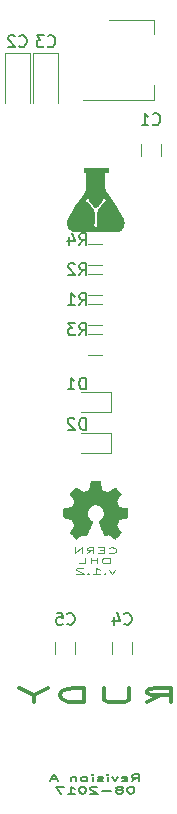
<source format=gbo>
G04 #@! TF.FileFunction,Legend,Bot*
%FSLAX46Y46*%
G04 Gerber Fmt 4.6, Leading zero omitted, Abs format (unit mm)*
G04 Created by KiCad (PCBNEW 4.0.7-e1-6374~58~ubuntu16.04.1) date Tue Aug 22 02:53:50 2017*
%MOMM*%
%LPD*%
G01*
G04 APERTURE LIST*
%ADD10C,0.100000*%
%ADD11C,0.125000*%
%ADD12C,0.300000*%
%ADD13C,0.150000*%
%ADD14C,0.120000*%
%ADD15C,0.010000*%
G04 APERTURE END LIST*
D10*
D11*
X77366666Y-101411571D02*
X77414285Y-101435381D01*
X77557142Y-101459190D01*
X77652380Y-101459190D01*
X77795238Y-101435381D01*
X77890476Y-101387762D01*
X77938095Y-101340143D01*
X77985714Y-101244905D01*
X77985714Y-101173476D01*
X77938095Y-101078238D01*
X77890476Y-101030619D01*
X77795238Y-100983000D01*
X77652380Y-100959190D01*
X77557142Y-100959190D01*
X77414285Y-100983000D01*
X77366666Y-101006810D01*
X76938095Y-101197286D02*
X76604761Y-101197286D01*
X76461904Y-101459190D02*
X76938095Y-101459190D01*
X76938095Y-100959190D01*
X76461904Y-100959190D01*
X75461904Y-101459190D02*
X75795238Y-101221095D01*
X76033333Y-101459190D02*
X76033333Y-100959190D01*
X75652380Y-100959190D01*
X75557142Y-100983000D01*
X75509523Y-101006810D01*
X75461904Y-101054429D01*
X75461904Y-101125857D01*
X75509523Y-101173476D01*
X75557142Y-101197286D01*
X75652380Y-101221095D01*
X76033333Y-101221095D01*
X75033333Y-101459190D02*
X75033333Y-100959190D01*
X74461904Y-101459190D01*
X74461904Y-100959190D01*
X77223810Y-101834190D02*
X77033333Y-101834190D01*
X76938095Y-101858000D01*
X76842857Y-101905619D01*
X76795238Y-102000857D01*
X76795238Y-102167524D01*
X76842857Y-102262762D01*
X76938095Y-102310381D01*
X77033333Y-102334190D01*
X77223810Y-102334190D01*
X77319048Y-102310381D01*
X77414286Y-102262762D01*
X77461905Y-102167524D01*
X77461905Y-102000857D01*
X77414286Y-101905619D01*
X77319048Y-101858000D01*
X77223810Y-101834190D01*
X76366667Y-102334190D02*
X76366667Y-101834190D01*
X76366667Y-102072286D02*
X75795238Y-102072286D01*
X75795238Y-102334190D02*
X75795238Y-101834190D01*
X74842857Y-102334190D02*
X75319048Y-102334190D01*
X75319048Y-101834190D01*
X77866666Y-102875857D02*
X77628571Y-103209190D01*
X77390475Y-102875857D01*
X77009523Y-103161571D02*
X76961904Y-103185381D01*
X77009523Y-103209190D01*
X77057142Y-103185381D01*
X77009523Y-103161571D01*
X77009523Y-103209190D01*
X76009523Y-103209190D02*
X76580952Y-103209190D01*
X76295238Y-103209190D02*
X76295238Y-102709190D01*
X76390476Y-102780619D01*
X76485714Y-102828238D01*
X76580952Y-102852048D01*
X75580952Y-103161571D02*
X75533333Y-103185381D01*
X75580952Y-103209190D01*
X75628571Y-103185381D01*
X75580952Y-103161571D01*
X75580952Y-103209190D01*
X75152381Y-102756810D02*
X75104762Y-102733000D01*
X75009524Y-102709190D01*
X74771428Y-102709190D01*
X74676190Y-102733000D01*
X74628571Y-102756810D01*
X74580952Y-102804429D01*
X74580952Y-102852048D01*
X74628571Y-102923476D01*
X75200000Y-103209190D01*
X74580952Y-103209190D01*
D12*
X80568285Y-114080857D02*
X81768285Y-113509429D01*
X82625428Y-114080857D02*
X82625428Y-112880857D01*
X81254000Y-112880857D01*
X80911142Y-112938000D01*
X80739714Y-112995143D01*
X80568285Y-113109429D01*
X80568285Y-113280857D01*
X80739714Y-113395143D01*
X80911142Y-113452286D01*
X81254000Y-113509429D01*
X82625428Y-113509429D01*
X79025428Y-112880857D02*
X79025428Y-113852286D01*
X78854000Y-113966571D01*
X78682571Y-114023714D01*
X78339714Y-114080857D01*
X77654000Y-114080857D01*
X77311142Y-114023714D01*
X77139714Y-113966571D01*
X76968285Y-113852286D01*
X76968285Y-112880857D01*
X75253999Y-114080857D02*
X75253999Y-112880857D01*
X74396856Y-112880857D01*
X73882571Y-112938000D01*
X73539713Y-113052286D01*
X73368285Y-113166571D01*
X73196856Y-113395143D01*
X73196856Y-113566571D01*
X73368285Y-113795143D01*
X73539713Y-113909429D01*
X73882571Y-114023714D01*
X74396856Y-114080857D01*
X75253999Y-114080857D01*
X70968285Y-113509429D02*
X70968285Y-114080857D01*
X72168285Y-112880857D02*
X70968285Y-113509429D01*
X69768285Y-112880857D01*
D13*
X79295238Y-120777429D02*
X79628572Y-120491714D01*
X79866667Y-120777429D02*
X79866667Y-120177429D01*
X79485714Y-120177429D01*
X79390476Y-120206000D01*
X79342857Y-120234571D01*
X79295238Y-120291714D01*
X79295238Y-120377429D01*
X79342857Y-120434571D01*
X79390476Y-120463143D01*
X79485714Y-120491714D01*
X79866667Y-120491714D01*
X78485714Y-120748857D02*
X78580952Y-120777429D01*
X78771429Y-120777429D01*
X78866667Y-120748857D01*
X78914286Y-120691714D01*
X78914286Y-120463143D01*
X78866667Y-120406000D01*
X78771429Y-120377429D01*
X78580952Y-120377429D01*
X78485714Y-120406000D01*
X78438095Y-120463143D01*
X78438095Y-120520286D01*
X78914286Y-120577429D01*
X78104762Y-120377429D02*
X77866667Y-120777429D01*
X77628571Y-120377429D01*
X77247619Y-120777429D02*
X77247619Y-120377429D01*
X77247619Y-120177429D02*
X77295238Y-120206000D01*
X77247619Y-120234571D01*
X77200000Y-120206000D01*
X77247619Y-120177429D01*
X77247619Y-120234571D01*
X76819048Y-120748857D02*
X76723810Y-120777429D01*
X76533334Y-120777429D01*
X76438095Y-120748857D01*
X76390476Y-120691714D01*
X76390476Y-120663143D01*
X76438095Y-120606000D01*
X76533334Y-120577429D01*
X76676191Y-120577429D01*
X76771429Y-120548857D01*
X76819048Y-120491714D01*
X76819048Y-120463143D01*
X76771429Y-120406000D01*
X76676191Y-120377429D01*
X76533334Y-120377429D01*
X76438095Y-120406000D01*
X75961905Y-120777429D02*
X75961905Y-120377429D01*
X75961905Y-120177429D02*
X76009524Y-120206000D01*
X75961905Y-120234571D01*
X75914286Y-120206000D01*
X75961905Y-120177429D01*
X75961905Y-120234571D01*
X75342858Y-120777429D02*
X75438096Y-120748857D01*
X75485715Y-120720286D01*
X75533334Y-120663143D01*
X75533334Y-120491714D01*
X75485715Y-120434571D01*
X75438096Y-120406000D01*
X75342858Y-120377429D01*
X75200000Y-120377429D01*
X75104762Y-120406000D01*
X75057143Y-120434571D01*
X75009524Y-120491714D01*
X75009524Y-120663143D01*
X75057143Y-120720286D01*
X75104762Y-120748857D01*
X75200000Y-120777429D01*
X75342858Y-120777429D01*
X74580953Y-120377429D02*
X74580953Y-120777429D01*
X74580953Y-120434571D02*
X74533334Y-120406000D01*
X74438096Y-120377429D01*
X74295238Y-120377429D01*
X74200000Y-120406000D01*
X74152381Y-120463143D01*
X74152381Y-120777429D01*
X72961905Y-120606000D02*
X72485714Y-120606000D01*
X73057143Y-120777429D02*
X72723810Y-120177429D01*
X72390476Y-120777429D01*
X79247619Y-121227429D02*
X79152380Y-121227429D01*
X79057142Y-121256000D01*
X79009523Y-121284571D01*
X78961904Y-121341714D01*
X78914285Y-121456000D01*
X78914285Y-121598857D01*
X78961904Y-121713143D01*
X79009523Y-121770286D01*
X79057142Y-121798857D01*
X79152380Y-121827429D01*
X79247619Y-121827429D01*
X79342857Y-121798857D01*
X79390476Y-121770286D01*
X79438095Y-121713143D01*
X79485714Y-121598857D01*
X79485714Y-121456000D01*
X79438095Y-121341714D01*
X79390476Y-121284571D01*
X79342857Y-121256000D01*
X79247619Y-121227429D01*
X78342857Y-121484571D02*
X78438095Y-121456000D01*
X78485714Y-121427429D01*
X78533333Y-121370286D01*
X78533333Y-121341714D01*
X78485714Y-121284571D01*
X78438095Y-121256000D01*
X78342857Y-121227429D01*
X78152380Y-121227429D01*
X78057142Y-121256000D01*
X78009523Y-121284571D01*
X77961904Y-121341714D01*
X77961904Y-121370286D01*
X78009523Y-121427429D01*
X78057142Y-121456000D01*
X78152380Y-121484571D01*
X78342857Y-121484571D01*
X78438095Y-121513143D01*
X78485714Y-121541714D01*
X78533333Y-121598857D01*
X78533333Y-121713143D01*
X78485714Y-121770286D01*
X78438095Y-121798857D01*
X78342857Y-121827429D01*
X78152380Y-121827429D01*
X78057142Y-121798857D01*
X78009523Y-121770286D01*
X77961904Y-121713143D01*
X77961904Y-121598857D01*
X78009523Y-121541714D01*
X78057142Y-121513143D01*
X78152380Y-121484571D01*
X77533333Y-121598857D02*
X76771428Y-121598857D01*
X76342857Y-121284571D02*
X76295238Y-121256000D01*
X76200000Y-121227429D01*
X75961904Y-121227429D01*
X75866666Y-121256000D01*
X75819047Y-121284571D01*
X75771428Y-121341714D01*
X75771428Y-121398857D01*
X75819047Y-121484571D01*
X76390476Y-121827429D01*
X75771428Y-121827429D01*
X75152381Y-121227429D02*
X75057142Y-121227429D01*
X74961904Y-121256000D01*
X74914285Y-121284571D01*
X74866666Y-121341714D01*
X74819047Y-121456000D01*
X74819047Y-121598857D01*
X74866666Y-121713143D01*
X74914285Y-121770286D01*
X74961904Y-121798857D01*
X75057142Y-121827429D01*
X75152381Y-121827429D01*
X75247619Y-121798857D01*
X75295238Y-121770286D01*
X75342857Y-121713143D01*
X75390476Y-121598857D01*
X75390476Y-121456000D01*
X75342857Y-121341714D01*
X75295238Y-121284571D01*
X75247619Y-121256000D01*
X75152381Y-121227429D01*
X73866666Y-121827429D02*
X74438095Y-121827429D01*
X74152381Y-121827429D02*
X74152381Y-121227429D01*
X74247619Y-121313143D01*
X74342857Y-121370286D01*
X74438095Y-121398857D01*
X73533333Y-121227429D02*
X72866666Y-121227429D01*
X73295238Y-121827429D01*
D14*
X81158000Y-56280000D02*
X81158000Y-57540000D01*
X81158000Y-63100000D02*
X81158000Y-61840000D01*
X77398000Y-56280000D02*
X81158000Y-56280000D01*
X75148000Y-63100000D02*
X81158000Y-63100000D01*
D15*
G36*
X75744809Y-95736268D02*
X75723751Y-95845093D01*
X75703740Y-95941889D01*
X75686070Y-96020902D01*
X75672034Y-96076376D01*
X75662927Y-96102558D01*
X75662243Y-96103442D01*
X75639599Y-96116347D01*
X75590846Y-96138961D01*
X75523793Y-96168091D01*
X75446248Y-96200548D01*
X75366017Y-96233141D01*
X75290908Y-96262679D01*
X75228729Y-96285972D01*
X75187288Y-96299828D01*
X75175678Y-96302285D01*
X75155093Y-96292444D01*
X75109774Y-96265070D01*
X75044752Y-96223389D01*
X74965056Y-96170623D01*
X74875716Y-96109999D01*
X74875091Y-96109570D01*
X74785212Y-96048245D01*
X74704603Y-95993950D01*
X74638416Y-95950099D01*
X74591801Y-95920104D01*
X74569976Y-95907404D01*
X74550031Y-95916654D01*
X74510154Y-95947759D01*
X74455123Y-95996001D01*
X74389713Y-96056661D01*
X74318699Y-96125019D01*
X74246859Y-96196356D01*
X74178968Y-96265953D01*
X74119802Y-96329091D01*
X74074136Y-96381051D01*
X74046748Y-96417113D01*
X74041000Y-96430094D01*
X74050846Y-96453548D01*
X74078222Y-96501508D01*
X74119877Y-96568728D01*
X74172566Y-96649963D01*
X74231500Y-96737714D01*
X74291732Y-96827130D01*
X74344130Y-96907146D01*
X74385461Y-96972642D01*
X74412494Y-97018499D01*
X74422000Y-97039477D01*
X74415017Y-97064060D01*
X74396231Y-97114087D01*
X74368884Y-97181984D01*
X74336220Y-97260175D01*
X74301483Y-97341086D01*
X74267914Y-97417143D01*
X74238757Y-97480769D01*
X74217255Y-97524391D01*
X74207824Y-97539718D01*
X74188028Y-97545918D01*
X74139268Y-97557458D01*
X74068243Y-97572993D01*
X73981656Y-97591179D01*
X73886204Y-97610671D01*
X73788589Y-97630122D01*
X73695511Y-97648188D01*
X73613670Y-97663524D01*
X73549767Y-97674785D01*
X73510501Y-97680624D01*
X73503412Y-97681142D01*
X73499612Y-97698190D01*
X73497066Y-97745001D01*
X73495676Y-97815078D01*
X73495344Y-97901925D01*
X73495972Y-97999045D01*
X73497462Y-98099941D01*
X73499715Y-98198115D01*
X73502634Y-98287071D01*
X73506120Y-98360312D01*
X73510075Y-98411341D01*
X73514402Y-98433660D01*
X73514783Y-98434026D01*
X73537726Y-98440843D01*
X73590277Y-98452889D01*
X73666350Y-98468879D01*
X73759855Y-98487528D01*
X73851774Y-98505128D01*
X73957703Y-98526164D01*
X74051016Y-98546844D01*
X74125664Y-98565662D01*
X74175599Y-98581112D01*
X74193928Y-98590281D01*
X74208774Y-98615836D01*
X74232977Y-98667538D01*
X74263428Y-98737671D01*
X74297019Y-98818523D01*
X74330639Y-98902379D01*
X74361180Y-98981524D01*
X74385531Y-99048244D01*
X74400584Y-99094825D01*
X74403924Y-99111280D01*
X74394015Y-99133430D01*
X74366571Y-99179938D01*
X74324949Y-99245495D01*
X74272508Y-99324789D01*
X74222428Y-99398309D01*
X74163378Y-99485576D01*
X74112364Y-99564174D01*
X74072762Y-99628640D01*
X74047948Y-99673510D01*
X74041000Y-99691985D01*
X74053230Y-99712351D01*
X74086736Y-99752965D01*
X74136735Y-99808912D01*
X74198448Y-99875276D01*
X74267095Y-99947141D01*
X74337895Y-100019592D01*
X74406067Y-100087714D01*
X74466832Y-100146591D01*
X74515409Y-100191307D01*
X74547017Y-100216947D01*
X74555606Y-100221142D01*
X74574914Y-100211351D01*
X74618768Y-100184239D01*
X74681920Y-100143201D01*
X74759125Y-100091631D01*
X74822804Y-100048283D01*
X74908412Y-99990064D01*
X74985134Y-99938835D01*
X75047337Y-99898283D01*
X75089391Y-99872096D01*
X75103985Y-99864221D01*
X75133877Y-99866289D01*
X75185586Y-99882317D01*
X75248972Y-99909083D01*
X75256571Y-99912714D01*
X75319308Y-99940329D01*
X75371419Y-99958316D01*
X75402888Y-99963303D01*
X75405160Y-99962740D01*
X75416045Y-99945102D01*
X75438785Y-99898592D01*
X75471384Y-99827873D01*
X75511846Y-99737611D01*
X75558171Y-99632469D01*
X75608365Y-99517113D01*
X75660429Y-99396206D01*
X75712366Y-99274414D01*
X75762179Y-99156401D01*
X75807872Y-99046830D01*
X75847446Y-98950368D01*
X75878906Y-98871677D01*
X75900253Y-98815424D01*
X75909491Y-98786271D01*
X75909714Y-98784293D01*
X75896123Y-98769203D01*
X75859831Y-98738455D01*
X75807560Y-98697624D01*
X75783416Y-98679520D01*
X75656974Y-98565957D01*
X75560724Y-98437705D01*
X75494961Y-98298855D01*
X75459980Y-98153502D01*
X75456076Y-98005738D01*
X75483544Y-97859657D01*
X75542679Y-97719351D01*
X75633776Y-97588914D01*
X75699880Y-97520767D01*
X75825002Y-97427706D01*
X75959407Y-97366607D01*
X76099049Y-97335683D01*
X76239879Y-97333147D01*
X76377849Y-97357214D01*
X76508911Y-97406097D01*
X76629017Y-97478010D01*
X76734119Y-97571166D01*
X76820168Y-97683780D01*
X76883117Y-97814065D01*
X76918918Y-97960234D01*
X76925714Y-98061690D01*
X76908563Y-98224205D01*
X76857460Y-98374416D01*
X76772931Y-98511330D01*
X76655503Y-98633954D01*
X76598441Y-98679520D01*
X76541617Y-98722844D01*
X76498054Y-98758341D01*
X76474474Y-98780434D01*
X76472142Y-98784293D01*
X76479045Y-98808308D01*
X76498421Y-98860231D01*
X76528270Y-98935397D01*
X76566595Y-99029140D01*
X76611396Y-99136797D01*
X76660675Y-99253702D01*
X76712432Y-99375192D01*
X76764670Y-99496601D01*
X76815389Y-99613265D01*
X76862590Y-99720520D01*
X76904274Y-99813700D01*
X76938444Y-99888142D01*
X76963099Y-99939180D01*
X76976241Y-99962150D01*
X76977197Y-99962932D01*
X77004709Y-99959966D01*
X77054543Y-99943240D01*
X77117037Y-99916132D01*
X77132124Y-99908813D01*
X77261357Y-99844833D01*
X77536376Y-100032988D01*
X77624558Y-100092766D01*
X77702727Y-100144710D01*
X77765876Y-100185579D01*
X77809000Y-100212131D01*
X77826904Y-100221142D01*
X77843947Y-100208869D01*
X77882268Y-100174674D01*
X77937689Y-100122498D01*
X78006035Y-100056279D01*
X78083129Y-99979957D01*
X78091636Y-99971443D01*
X78168889Y-99892546D01*
X78236399Y-99820740D01*
X78290193Y-99760488D01*
X78326302Y-99716248D01*
X78340754Y-99692481D01*
X78340857Y-99691507D01*
X78330935Y-99667287D01*
X78303420Y-99618905D01*
X78261685Y-99551814D01*
X78209104Y-99471467D01*
X78159428Y-99398309D01*
X78100480Y-99311564D01*
X78049525Y-99234086D01*
X78009920Y-99171187D01*
X77985023Y-99128174D01*
X77977932Y-99111280D01*
X77984666Y-99083298D01*
X78002865Y-99029799D01*
X78029420Y-98958499D01*
X78061222Y-98877112D01*
X78095162Y-98793352D01*
X78128130Y-98714933D01*
X78157016Y-98649570D01*
X78178712Y-98604977D01*
X78187928Y-98590281D01*
X78212833Y-98578757D01*
X78267456Y-98562619D01*
X78345750Y-98543373D01*
X78441667Y-98522525D01*
X78530083Y-98505128D01*
X78633897Y-98485201D01*
X78725639Y-98466802D01*
X78799219Y-98451216D01*
X78848551Y-98439728D01*
X78867073Y-98434026D01*
X78871426Y-98414447D01*
X78875417Y-98365606D01*
X78878947Y-98294002D01*
X78881918Y-98206129D01*
X78884231Y-98108486D01*
X78885789Y-98007569D01*
X78886494Y-97909875D01*
X78886247Y-97821902D01*
X78884952Y-97750146D01*
X78882509Y-97701104D01*
X78878819Y-97681273D01*
X78878445Y-97681142D01*
X78850351Y-97677727D01*
X78795062Y-97668377D01*
X78719278Y-97654438D01*
X78629699Y-97637256D01*
X78533025Y-97618174D01*
X78435957Y-97598539D01*
X78345195Y-97579696D01*
X78267439Y-97562990D01*
X78209389Y-97549766D01*
X78177745Y-97541369D01*
X78174033Y-97539718D01*
X78160856Y-97517215D01*
X78137466Y-97468733D01*
X78107106Y-97401847D01*
X78073020Y-97324134D01*
X78038450Y-97243166D01*
X78006640Y-97166519D01*
X77980832Y-97101769D01*
X77964271Y-97056488D01*
X77959857Y-97039477D01*
X77969673Y-97017933D01*
X77996967Y-96971713D01*
X78038506Y-96905937D01*
X78091058Y-96825726D01*
X78150357Y-96737714D01*
X78210680Y-96647858D01*
X78263139Y-96566901D01*
X78304485Y-96500089D01*
X78331472Y-96452664D01*
X78340857Y-96430094D01*
X78328514Y-96407438D01*
X78294668Y-96365698D01*
X78244096Y-96309592D01*
X78181574Y-96243840D01*
X78111878Y-96173160D01*
X78039782Y-96102273D01*
X77970065Y-96035897D01*
X77907500Y-95978751D01*
X77856865Y-95935555D01*
X77822935Y-95911027D01*
X77811880Y-95907404D01*
X77789763Y-95920287D01*
X77742964Y-95950411D01*
X77676636Y-95994363D01*
X77595928Y-96048730D01*
X77506765Y-96109570D01*
X77417377Y-96170236D01*
X77337599Y-96223066D01*
X77272461Y-96264833D01*
X77226993Y-96292314D01*
X77206223Y-96302285D01*
X77206178Y-96302285D01*
X77180774Y-96295555D01*
X77129988Y-96277490D01*
X77061629Y-96251282D01*
X76983504Y-96220121D01*
X76903420Y-96187199D01*
X76829186Y-96155705D01*
X76768608Y-96128831D01*
X76729495Y-96109768D01*
X76719614Y-96103442D01*
X76711168Y-96081066D01*
X76697643Y-96028724D01*
X76680331Y-95952170D01*
X76660527Y-95857158D01*
X76639525Y-95749444D01*
X76637048Y-95736268D01*
X76571458Y-95386071D01*
X75810398Y-95386071D01*
X75744809Y-95736268D01*
X75744809Y-95736268D01*
G37*
X75744809Y-95736268D02*
X75723751Y-95845093D01*
X75703740Y-95941889D01*
X75686070Y-96020902D01*
X75672034Y-96076376D01*
X75662927Y-96102558D01*
X75662243Y-96103442D01*
X75639599Y-96116347D01*
X75590846Y-96138961D01*
X75523793Y-96168091D01*
X75446248Y-96200548D01*
X75366017Y-96233141D01*
X75290908Y-96262679D01*
X75228729Y-96285972D01*
X75187288Y-96299828D01*
X75175678Y-96302285D01*
X75155093Y-96292444D01*
X75109774Y-96265070D01*
X75044752Y-96223389D01*
X74965056Y-96170623D01*
X74875716Y-96109999D01*
X74875091Y-96109570D01*
X74785212Y-96048245D01*
X74704603Y-95993950D01*
X74638416Y-95950099D01*
X74591801Y-95920104D01*
X74569976Y-95907404D01*
X74550031Y-95916654D01*
X74510154Y-95947759D01*
X74455123Y-95996001D01*
X74389713Y-96056661D01*
X74318699Y-96125019D01*
X74246859Y-96196356D01*
X74178968Y-96265953D01*
X74119802Y-96329091D01*
X74074136Y-96381051D01*
X74046748Y-96417113D01*
X74041000Y-96430094D01*
X74050846Y-96453548D01*
X74078222Y-96501508D01*
X74119877Y-96568728D01*
X74172566Y-96649963D01*
X74231500Y-96737714D01*
X74291732Y-96827130D01*
X74344130Y-96907146D01*
X74385461Y-96972642D01*
X74412494Y-97018499D01*
X74422000Y-97039477D01*
X74415017Y-97064060D01*
X74396231Y-97114087D01*
X74368884Y-97181984D01*
X74336220Y-97260175D01*
X74301483Y-97341086D01*
X74267914Y-97417143D01*
X74238757Y-97480769D01*
X74217255Y-97524391D01*
X74207824Y-97539718D01*
X74188028Y-97545918D01*
X74139268Y-97557458D01*
X74068243Y-97572993D01*
X73981656Y-97591179D01*
X73886204Y-97610671D01*
X73788589Y-97630122D01*
X73695511Y-97648188D01*
X73613670Y-97663524D01*
X73549767Y-97674785D01*
X73510501Y-97680624D01*
X73503412Y-97681142D01*
X73499612Y-97698190D01*
X73497066Y-97745001D01*
X73495676Y-97815078D01*
X73495344Y-97901925D01*
X73495972Y-97999045D01*
X73497462Y-98099941D01*
X73499715Y-98198115D01*
X73502634Y-98287071D01*
X73506120Y-98360312D01*
X73510075Y-98411341D01*
X73514402Y-98433660D01*
X73514783Y-98434026D01*
X73537726Y-98440843D01*
X73590277Y-98452889D01*
X73666350Y-98468879D01*
X73759855Y-98487528D01*
X73851774Y-98505128D01*
X73957703Y-98526164D01*
X74051016Y-98546844D01*
X74125664Y-98565662D01*
X74175599Y-98581112D01*
X74193928Y-98590281D01*
X74208774Y-98615836D01*
X74232977Y-98667538D01*
X74263428Y-98737671D01*
X74297019Y-98818523D01*
X74330639Y-98902379D01*
X74361180Y-98981524D01*
X74385531Y-99048244D01*
X74400584Y-99094825D01*
X74403924Y-99111280D01*
X74394015Y-99133430D01*
X74366571Y-99179938D01*
X74324949Y-99245495D01*
X74272508Y-99324789D01*
X74222428Y-99398309D01*
X74163378Y-99485576D01*
X74112364Y-99564174D01*
X74072762Y-99628640D01*
X74047948Y-99673510D01*
X74041000Y-99691985D01*
X74053230Y-99712351D01*
X74086736Y-99752965D01*
X74136735Y-99808912D01*
X74198448Y-99875276D01*
X74267095Y-99947141D01*
X74337895Y-100019592D01*
X74406067Y-100087714D01*
X74466832Y-100146591D01*
X74515409Y-100191307D01*
X74547017Y-100216947D01*
X74555606Y-100221142D01*
X74574914Y-100211351D01*
X74618768Y-100184239D01*
X74681920Y-100143201D01*
X74759125Y-100091631D01*
X74822804Y-100048283D01*
X74908412Y-99990064D01*
X74985134Y-99938835D01*
X75047337Y-99898283D01*
X75089391Y-99872096D01*
X75103985Y-99864221D01*
X75133877Y-99866289D01*
X75185586Y-99882317D01*
X75248972Y-99909083D01*
X75256571Y-99912714D01*
X75319308Y-99940329D01*
X75371419Y-99958316D01*
X75402888Y-99963303D01*
X75405160Y-99962740D01*
X75416045Y-99945102D01*
X75438785Y-99898592D01*
X75471384Y-99827873D01*
X75511846Y-99737611D01*
X75558171Y-99632469D01*
X75608365Y-99517113D01*
X75660429Y-99396206D01*
X75712366Y-99274414D01*
X75762179Y-99156401D01*
X75807872Y-99046830D01*
X75847446Y-98950368D01*
X75878906Y-98871677D01*
X75900253Y-98815424D01*
X75909491Y-98786271D01*
X75909714Y-98784293D01*
X75896123Y-98769203D01*
X75859831Y-98738455D01*
X75807560Y-98697624D01*
X75783416Y-98679520D01*
X75656974Y-98565957D01*
X75560724Y-98437705D01*
X75494961Y-98298855D01*
X75459980Y-98153502D01*
X75456076Y-98005738D01*
X75483544Y-97859657D01*
X75542679Y-97719351D01*
X75633776Y-97588914D01*
X75699880Y-97520767D01*
X75825002Y-97427706D01*
X75959407Y-97366607D01*
X76099049Y-97335683D01*
X76239879Y-97333147D01*
X76377849Y-97357214D01*
X76508911Y-97406097D01*
X76629017Y-97478010D01*
X76734119Y-97571166D01*
X76820168Y-97683780D01*
X76883117Y-97814065D01*
X76918918Y-97960234D01*
X76925714Y-98061690D01*
X76908563Y-98224205D01*
X76857460Y-98374416D01*
X76772931Y-98511330D01*
X76655503Y-98633954D01*
X76598441Y-98679520D01*
X76541617Y-98722844D01*
X76498054Y-98758341D01*
X76474474Y-98780434D01*
X76472142Y-98784293D01*
X76479045Y-98808308D01*
X76498421Y-98860231D01*
X76528270Y-98935397D01*
X76566595Y-99029140D01*
X76611396Y-99136797D01*
X76660675Y-99253702D01*
X76712432Y-99375192D01*
X76764670Y-99496601D01*
X76815389Y-99613265D01*
X76862590Y-99720520D01*
X76904274Y-99813700D01*
X76938444Y-99888142D01*
X76963099Y-99939180D01*
X76976241Y-99962150D01*
X76977197Y-99962932D01*
X77004709Y-99959966D01*
X77054543Y-99943240D01*
X77117037Y-99916132D01*
X77132124Y-99908813D01*
X77261357Y-99844833D01*
X77536376Y-100032988D01*
X77624558Y-100092766D01*
X77702727Y-100144710D01*
X77765876Y-100185579D01*
X77809000Y-100212131D01*
X77826904Y-100221142D01*
X77843947Y-100208869D01*
X77882268Y-100174674D01*
X77937689Y-100122498D01*
X78006035Y-100056279D01*
X78083129Y-99979957D01*
X78091636Y-99971443D01*
X78168889Y-99892546D01*
X78236399Y-99820740D01*
X78290193Y-99760488D01*
X78326302Y-99716248D01*
X78340754Y-99692481D01*
X78340857Y-99691507D01*
X78330935Y-99667287D01*
X78303420Y-99618905D01*
X78261685Y-99551814D01*
X78209104Y-99471467D01*
X78159428Y-99398309D01*
X78100480Y-99311564D01*
X78049525Y-99234086D01*
X78009920Y-99171187D01*
X77985023Y-99128174D01*
X77977932Y-99111280D01*
X77984666Y-99083298D01*
X78002865Y-99029799D01*
X78029420Y-98958499D01*
X78061222Y-98877112D01*
X78095162Y-98793352D01*
X78128130Y-98714933D01*
X78157016Y-98649570D01*
X78178712Y-98604977D01*
X78187928Y-98590281D01*
X78212833Y-98578757D01*
X78267456Y-98562619D01*
X78345750Y-98543373D01*
X78441667Y-98522525D01*
X78530083Y-98505128D01*
X78633897Y-98485201D01*
X78725639Y-98466802D01*
X78799219Y-98451216D01*
X78848551Y-98439728D01*
X78867073Y-98434026D01*
X78871426Y-98414447D01*
X78875417Y-98365606D01*
X78878947Y-98294002D01*
X78881918Y-98206129D01*
X78884231Y-98108486D01*
X78885789Y-98007569D01*
X78886494Y-97909875D01*
X78886247Y-97821902D01*
X78884952Y-97750146D01*
X78882509Y-97701104D01*
X78878819Y-97681273D01*
X78878445Y-97681142D01*
X78850351Y-97677727D01*
X78795062Y-97668377D01*
X78719278Y-97654438D01*
X78629699Y-97637256D01*
X78533025Y-97618174D01*
X78435957Y-97598539D01*
X78345195Y-97579696D01*
X78267439Y-97562990D01*
X78209389Y-97549766D01*
X78177745Y-97541369D01*
X78174033Y-97539718D01*
X78160856Y-97517215D01*
X78137466Y-97468733D01*
X78107106Y-97401847D01*
X78073020Y-97324134D01*
X78038450Y-97243166D01*
X78006640Y-97166519D01*
X77980832Y-97101769D01*
X77964271Y-97056488D01*
X77959857Y-97039477D01*
X77969673Y-97017933D01*
X77996967Y-96971713D01*
X78038506Y-96905937D01*
X78091058Y-96825726D01*
X78150357Y-96737714D01*
X78210680Y-96647858D01*
X78263139Y-96566901D01*
X78304485Y-96500089D01*
X78331472Y-96452664D01*
X78340857Y-96430094D01*
X78328514Y-96407438D01*
X78294668Y-96365698D01*
X78244096Y-96309592D01*
X78181574Y-96243840D01*
X78111878Y-96173160D01*
X78039782Y-96102273D01*
X77970065Y-96035897D01*
X77907500Y-95978751D01*
X77856865Y-95935555D01*
X77822935Y-95911027D01*
X77811880Y-95907404D01*
X77789763Y-95920287D01*
X77742964Y-95950411D01*
X77676636Y-95994363D01*
X77595928Y-96048730D01*
X77506765Y-96109570D01*
X77417377Y-96170236D01*
X77337599Y-96223066D01*
X77272461Y-96264833D01*
X77226993Y-96292314D01*
X77206223Y-96302285D01*
X77206178Y-96302285D01*
X77180774Y-96295555D01*
X77129988Y-96277490D01*
X77061629Y-96251282D01*
X76983504Y-96220121D01*
X76903420Y-96187199D01*
X76829186Y-96155705D01*
X76768608Y-96128831D01*
X76729495Y-96109768D01*
X76719614Y-96103442D01*
X76711168Y-96081066D01*
X76697643Y-96028724D01*
X76680331Y-95952170D01*
X76660527Y-95857158D01*
X76639525Y-95749444D01*
X76637048Y-95736268D01*
X76571458Y-95386071D01*
X75810398Y-95386071D01*
X75744809Y-95736268D01*
D14*
X80049000Y-67810000D02*
X80049000Y-66810000D01*
X81749000Y-66810000D02*
X81749000Y-67810000D01*
X68546000Y-59072000D02*
X68546000Y-63322000D01*
X70646000Y-59072000D02*
X70646000Y-63322000D01*
X68546000Y-59072000D02*
X70646000Y-59072000D01*
X70959000Y-59072000D02*
X70959000Y-63322000D01*
X73059000Y-59072000D02*
X73059000Y-63322000D01*
X70959000Y-59072000D02*
X73059000Y-59072000D01*
X77636000Y-109974000D02*
X77636000Y-108974000D01*
X79336000Y-108974000D02*
X79336000Y-109974000D01*
X72810000Y-109974000D02*
X72810000Y-108974000D01*
X74510000Y-108974000D02*
X74510000Y-109974000D01*
X76800000Y-80400000D02*
X75600000Y-80400000D01*
X75600000Y-82160000D02*
X76800000Y-82160000D01*
X76800000Y-77860000D02*
X75600000Y-77860000D01*
X75600000Y-79620000D02*
X76800000Y-79620000D01*
X76800000Y-82940000D02*
X75600000Y-82940000D01*
X75600000Y-84700000D02*
X76800000Y-84700000D01*
X75600000Y-77080000D02*
X76800000Y-77080000D01*
X76800000Y-75320000D02*
X75600000Y-75320000D01*
D15*
G36*
X76075056Y-68833043D02*
X75951056Y-68833391D01*
X75831088Y-68833938D01*
X75716952Y-68834684D01*
X75610448Y-68835631D01*
X75513376Y-68836778D01*
X75427535Y-68838124D01*
X75354725Y-68839670D01*
X75296747Y-68841416D01*
X75255400Y-68843361D01*
X75232484Y-68845506D01*
X75228450Y-68846700D01*
X75222682Y-68862130D01*
X75218694Y-68895726D01*
X75216411Y-68948499D01*
X75215750Y-69014393D01*
X75216018Y-69081965D01*
X75218088Y-69131256D01*
X75223860Y-69165147D01*
X75235234Y-69186523D01*
X75254110Y-69198268D01*
X75282387Y-69203265D01*
X75321965Y-69204399D01*
X75340938Y-69204416D01*
X75427417Y-69204416D01*
X75427417Y-70694517D01*
X75395199Y-70755763D01*
X75366218Y-70806399D01*
X75324308Y-70872820D01*
X75269898Y-70954394D01*
X75203419Y-71050490D01*
X75125300Y-71160474D01*
X75039599Y-71278750D01*
X74915131Y-71450969D01*
X74801375Y-71612550D01*
X74694919Y-71768624D01*
X74592353Y-71924317D01*
X74490265Y-72084760D01*
X74385244Y-72255080D01*
X74335655Y-72337083D01*
X74289332Y-72414607D01*
X74239570Y-72498790D01*
X74187909Y-72586945D01*
X74135895Y-72676388D01*
X74085068Y-72764432D01*
X74036973Y-72848393D01*
X73993152Y-72925584D01*
X73955148Y-72993321D01*
X73924505Y-73048918D01*
X73902764Y-73089690D01*
X73898888Y-73097276D01*
X73855159Y-73204856D01*
X73825837Y-73322593D01*
X73811521Y-73444955D01*
X73812807Y-73566407D01*
X73830292Y-73681417D01*
X73834158Y-73697041D01*
X73868225Y-73795908D01*
X73916320Y-73889359D01*
X73975682Y-73973429D01*
X74043548Y-74044155D01*
X74110480Y-74093645D01*
X74124769Y-74102551D01*
X74137386Y-74110705D01*
X74149271Y-74118143D01*
X74161365Y-74124895D01*
X74174608Y-74130995D01*
X74189941Y-74136477D01*
X74208303Y-74141372D01*
X74230635Y-74145714D01*
X74257878Y-74149536D01*
X74290971Y-74152870D01*
X74330855Y-74155750D01*
X74378470Y-74158208D01*
X74434757Y-74160278D01*
X74500656Y-74161992D01*
X74577108Y-74163383D01*
X74665051Y-74164485D01*
X74765428Y-74165329D01*
X74879178Y-74165949D01*
X75007242Y-74166378D01*
X75150559Y-74166649D01*
X75310071Y-74166795D01*
X75486717Y-74166848D01*
X75681438Y-74166841D01*
X75895174Y-74166808D01*
X76128865Y-74166781D01*
X76200000Y-74166779D01*
X76435626Y-74166769D01*
X76651027Y-74166733D01*
X76847149Y-74166662D01*
X77024933Y-74166547D01*
X77185322Y-74166379D01*
X77329260Y-74166151D01*
X77457690Y-74165853D01*
X77571555Y-74165475D01*
X77671798Y-74165011D01*
X77759361Y-74164450D01*
X77835189Y-74163785D01*
X77900224Y-74163005D01*
X77955409Y-74162103D01*
X78001687Y-74161071D01*
X78040001Y-74159898D01*
X78071295Y-74158576D01*
X78096511Y-74157097D01*
X78116593Y-74155451D01*
X78132483Y-74153631D01*
X78145125Y-74151627D01*
X78155462Y-74149431D01*
X78158776Y-74148597D01*
X78252013Y-74113512D01*
X78337270Y-74059747D01*
X78412733Y-73988873D01*
X78476586Y-73902459D01*
X78506653Y-73847747D01*
X78539032Y-73776582D01*
X78561663Y-73712598D01*
X78576039Y-73648969D01*
X78583655Y-73578872D01*
X78586005Y-73495481D01*
X78586007Y-73485375D01*
X78580918Y-73371911D01*
X78565372Y-73272121D01*
X78538238Y-73180677D01*
X78505506Y-73106104D01*
X78474281Y-73046245D01*
X78433203Y-72971006D01*
X78383753Y-72882883D01*
X78327409Y-72784373D01*
X78265650Y-72677975D01*
X78199956Y-72566184D01*
X78131806Y-72451499D01*
X78062679Y-72336417D01*
X77994055Y-72223434D01*
X77927412Y-72115049D01*
X77864230Y-72013757D01*
X77805988Y-71922058D01*
X77783542Y-71887291D01*
X77750319Y-71836368D01*
X77717947Y-71787339D01*
X77685114Y-71738332D01*
X77650508Y-71687471D01*
X77612819Y-71632882D01*
X77590705Y-71601253D01*
X77086705Y-71601253D01*
X77084749Y-71626818D01*
X77078592Y-71638409D01*
X77077448Y-71638583D01*
X77070820Y-71644547D01*
X77071952Y-71647268D01*
X77070679Y-71662456D01*
X77058909Y-71685771D01*
X77041116Y-71710377D01*
X77021775Y-71729440D01*
X77015483Y-71733530D01*
X76998867Y-71740129D01*
X76993750Y-71738741D01*
X76987631Y-71739895D01*
X76977119Y-71748952D01*
X76953313Y-71762429D01*
X76935651Y-71765583D01*
X76906321Y-71768640D01*
X76886732Y-71776315D01*
X76882426Y-71786362D01*
X76882787Y-71787011D01*
X76879163Y-71798722D01*
X76863095Y-71815308D01*
X76861918Y-71816247D01*
X76845414Y-71831933D01*
X76840945Y-71842012D01*
X76841208Y-71842346D01*
X76837726Y-71851786D01*
X76821858Y-71867353D01*
X76820041Y-71868805D01*
X76803322Y-71884617D01*
X76798561Y-71894837D01*
X76798875Y-71895263D01*
X76795393Y-71904702D01*
X76779525Y-71920269D01*
X76777708Y-71921721D01*
X76760989Y-71937534D01*
X76756227Y-71947754D01*
X76756541Y-71948180D01*
X76753059Y-71957619D01*
X76737191Y-71973186D01*
X76735375Y-71974638D01*
X76718655Y-71990451D01*
X76713894Y-72000670D01*
X76714208Y-72001096D01*
X76710595Y-72010470D01*
X76694560Y-72026292D01*
X76691255Y-72028960D01*
X76674245Y-72043701D01*
X76669070Y-72051122D01*
X76669753Y-72051333D01*
X76665695Y-72059123D01*
X76650228Y-72080787D01*
X76625285Y-72113770D01*
X76592800Y-72155515D01*
X76554763Y-72203393D01*
X76432833Y-72355454D01*
X76432833Y-72420352D01*
X76431130Y-72457097D01*
X76426489Y-72479840D01*
X76421626Y-72485250D01*
X76415212Y-72491690D01*
X76416766Y-72495522D01*
X76416845Y-72513867D01*
X76403968Y-72541067D01*
X76381166Y-72572109D01*
X76353516Y-72600196D01*
X76315452Y-72633617D01*
X76314907Y-73062038D01*
X76314361Y-73490460D01*
X76341918Y-73523209D01*
X76357891Y-73545944D01*
X76364129Y-73562726D01*
X76363488Y-73565646D01*
X76364931Y-73574749D01*
X76368229Y-73575333D01*
X76376966Y-73584604D01*
X76384861Y-73607493D01*
X76386098Y-73613395D01*
X76387737Y-73643505D01*
X76383881Y-73677158D01*
X76376084Y-73707752D01*
X76365898Y-73728689D01*
X76357701Y-73734083D01*
X76351270Y-73740252D01*
X76352458Y-73743047D01*
X76348914Y-73755223D01*
X76333033Y-73774509D01*
X76309803Y-73795855D01*
X76284212Y-73814212D01*
X76279375Y-73817011D01*
X76250065Y-73825559D01*
X76209227Y-73828593D01*
X76165724Y-73826286D01*
X76128416Y-73818811D01*
X76116069Y-73813838D01*
X76074701Y-73782588D01*
X76039853Y-73738097D01*
X76018996Y-73692293D01*
X76013340Y-73660566D01*
X76013006Y-73626759D01*
X76017290Y-73597311D01*
X76025488Y-73578663D01*
X76031771Y-73575333D01*
X76037644Y-73568821D01*
X76035958Y-73564750D01*
X76037149Y-73555013D01*
X76041250Y-73554166D01*
X76048659Y-73548303D01*
X76047416Y-73544997D01*
X76050081Y-73532028D01*
X76062666Y-73516899D01*
X76067844Y-73511494D01*
X76072090Y-73504223D01*
X76075495Y-73493089D01*
X76078152Y-73476095D01*
X76080154Y-73451247D01*
X76081593Y-73416549D01*
X76082562Y-73370003D01*
X76083153Y-73309616D01*
X76083458Y-73233390D01*
X76083570Y-73139330D01*
X76083583Y-73065369D01*
X76083583Y-72632769D01*
X76046001Y-72599772D01*
X76016901Y-72569878D01*
X75994794Y-72539030D01*
X75982732Y-72512296D01*
X75983234Y-72495522D01*
X75981691Y-72486013D01*
X75977669Y-72485250D01*
X75970754Y-72474896D01*
X75968131Y-72443830D01*
X75968681Y-72413606D01*
X75971606Y-72341963D01*
X75821702Y-72162252D01*
X75778264Y-72109731D01*
X75739964Y-72062564D01*
X75708715Y-72023180D01*
X75686433Y-71994009D01*
X75675031Y-71977479D01*
X75673962Y-71974807D01*
X75668071Y-71963538D01*
X75654958Y-71952027D01*
X75639495Y-71937603D01*
X75614895Y-71910873D01*
X75585070Y-71876196D01*
X75565000Y-71851788D01*
X75530952Y-71811076D01*
X75505829Y-71785057D01*
X75486536Y-71771002D01*
X75469978Y-71766180D01*
X75467860Y-71766089D01*
X75439982Y-71759649D01*
X75422881Y-71748952D01*
X75410018Y-71738451D01*
X75406250Y-71738741D01*
X75398486Y-71739494D01*
X75384517Y-71733530D01*
X75365690Y-71718012D01*
X75346849Y-71694565D01*
X75332467Y-71670022D01*
X75327020Y-71651220D01*
X75328048Y-71647268D01*
X75325684Y-71639022D01*
X75322552Y-71638583D01*
X75315807Y-71629253D01*
X75313331Y-71605182D01*
X75314599Y-71572242D01*
X75319089Y-71536309D01*
X75326275Y-71503258D01*
X75335634Y-71478962D01*
X75336991Y-71476740D01*
X75372231Y-71436189D01*
X75416409Y-71411281D01*
X75473718Y-71399844D01*
X75487171Y-71398980D01*
X75525567Y-71398798D01*
X75548871Y-71402161D01*
X75554417Y-71406718D01*
X75560381Y-71413347D01*
X75563102Y-71412214D01*
X75579873Y-71412991D01*
X75603778Y-71426596D01*
X75629440Y-71448788D01*
X75651481Y-71475320D01*
X75658941Y-71487851D01*
X75673471Y-71529831D01*
X75679628Y-71576498D01*
X75679653Y-71579249D01*
X75683593Y-71619885D01*
X75696851Y-71647844D01*
X75701798Y-71653622D01*
X75715210Y-71672112D01*
X75716966Y-71684158D01*
X75716791Y-71684347D01*
X75717511Y-71691019D01*
X75721179Y-71691500D01*
X75730341Y-71699191D01*
X75750544Y-71720525D01*
X75779582Y-71752891D01*
X75815254Y-71793676D01*
X75855355Y-71840269D01*
X75897682Y-71890059D01*
X75940032Y-71940435D01*
X75980200Y-71988785D01*
X76015984Y-72032498D01*
X76045179Y-72068962D01*
X76065583Y-72095566D01*
X76074992Y-72109699D01*
X76075309Y-72111179D01*
X76080641Y-72120049D01*
X76097588Y-72136725D01*
X76104442Y-72142656D01*
X76123354Y-72161865D01*
X76131141Y-72176632D01*
X76130612Y-72179298D01*
X76130808Y-72188726D01*
X76133230Y-72189380D01*
X76147844Y-72190003D01*
X76176383Y-72191115D01*
X76200592Y-72192026D01*
X76259392Y-72194208D01*
X76475759Y-71923012D01*
X76528045Y-71858031D01*
X76576418Y-71798977D01*
X76619256Y-71747746D01*
X76654937Y-71706237D01*
X76681838Y-71676347D01*
X76698336Y-71659976D01*
X76702708Y-71657480D01*
X76707722Y-71657522D01*
X76705446Y-71654483D01*
X76704406Y-71640253D01*
X76709340Y-71631676D01*
X76716651Y-71612626D01*
X76720352Y-71582677D01*
X76720472Y-71573463D01*
X76725256Y-71534365D01*
X76737826Y-71494654D01*
X76740817Y-71488324D01*
X76759462Y-71461014D01*
X76784157Y-71436151D01*
X76809560Y-71417968D01*
X76830327Y-71410699D01*
X76836898Y-71412214D01*
X76845144Y-71409850D01*
X76845583Y-71406718D01*
X76855507Y-71400976D01*
X76883026Y-71398491D01*
X76912830Y-71398980D01*
X76973279Y-71407975D01*
X77019755Y-71430006D01*
X77056453Y-71467244D01*
X77063010Y-71476740D01*
X77072614Y-71499457D01*
X77080114Y-71531698D01*
X77084986Y-71567588D01*
X77086705Y-71601253D01*
X77590705Y-71601253D01*
X77570734Y-71572691D01*
X77522941Y-71505023D01*
X77468130Y-71428005D01*
X77404989Y-71339761D01*
X77332207Y-71238418D01*
X77248470Y-71122102D01*
X77235516Y-71104125D01*
X77163707Y-71002974D01*
X77102916Y-70914168D01*
X77053741Y-70838635D01*
X77016783Y-70777300D01*
X76992640Y-70731090D01*
X76989030Y-70722859D01*
X76985801Y-70713056D01*
X76983016Y-70699215D01*
X76980642Y-70679837D01*
X76978649Y-70653423D01*
X76977004Y-70618475D01*
X76975676Y-70573495D01*
X76974634Y-70516985D01*
X76973845Y-70447445D01*
X76973278Y-70363378D01*
X76972901Y-70263284D01*
X76972683Y-70145667D01*
X76972592Y-70009026D01*
X76972583Y-69943957D01*
X76972583Y-69204416D01*
X77095771Y-69204416D01*
X77150114Y-69203985D01*
X77187194Y-69202341D01*
X77210901Y-69198959D01*
X77225127Y-69193314D01*
X77233018Y-69185895D01*
X77238767Y-69167921D01*
X77243179Y-69134022D01*
X77246224Y-69088902D01*
X77247874Y-69037268D01*
X77248102Y-68983824D01*
X77246878Y-68933276D01*
X77244176Y-68890330D01*
X77239966Y-68859689D01*
X77235050Y-68846700D01*
X77222418Y-68844451D01*
X77190421Y-68842401D01*
X77140857Y-68840552D01*
X77075527Y-68838902D01*
X76996231Y-68837452D01*
X76904769Y-68836202D01*
X76802939Y-68835151D01*
X76692543Y-68834300D01*
X76575380Y-68833650D01*
X76453250Y-68833199D01*
X76327953Y-68832947D01*
X76201288Y-68832895D01*
X76075056Y-68833043D01*
X76075056Y-68833043D01*
G37*
X76075056Y-68833043D02*
X75951056Y-68833391D01*
X75831088Y-68833938D01*
X75716952Y-68834684D01*
X75610448Y-68835631D01*
X75513376Y-68836778D01*
X75427535Y-68838124D01*
X75354725Y-68839670D01*
X75296747Y-68841416D01*
X75255400Y-68843361D01*
X75232484Y-68845506D01*
X75228450Y-68846700D01*
X75222682Y-68862130D01*
X75218694Y-68895726D01*
X75216411Y-68948499D01*
X75215750Y-69014393D01*
X75216018Y-69081965D01*
X75218088Y-69131256D01*
X75223860Y-69165147D01*
X75235234Y-69186523D01*
X75254110Y-69198268D01*
X75282387Y-69203265D01*
X75321965Y-69204399D01*
X75340938Y-69204416D01*
X75427417Y-69204416D01*
X75427417Y-70694517D01*
X75395199Y-70755763D01*
X75366218Y-70806399D01*
X75324308Y-70872820D01*
X75269898Y-70954394D01*
X75203419Y-71050490D01*
X75125300Y-71160474D01*
X75039599Y-71278750D01*
X74915131Y-71450969D01*
X74801375Y-71612550D01*
X74694919Y-71768624D01*
X74592353Y-71924317D01*
X74490265Y-72084760D01*
X74385244Y-72255080D01*
X74335655Y-72337083D01*
X74289332Y-72414607D01*
X74239570Y-72498790D01*
X74187909Y-72586945D01*
X74135895Y-72676388D01*
X74085068Y-72764432D01*
X74036973Y-72848393D01*
X73993152Y-72925584D01*
X73955148Y-72993321D01*
X73924505Y-73048918D01*
X73902764Y-73089690D01*
X73898888Y-73097276D01*
X73855159Y-73204856D01*
X73825837Y-73322593D01*
X73811521Y-73444955D01*
X73812807Y-73566407D01*
X73830292Y-73681417D01*
X73834158Y-73697041D01*
X73868225Y-73795908D01*
X73916320Y-73889359D01*
X73975682Y-73973429D01*
X74043548Y-74044155D01*
X74110480Y-74093645D01*
X74124769Y-74102551D01*
X74137386Y-74110705D01*
X74149271Y-74118143D01*
X74161365Y-74124895D01*
X74174608Y-74130995D01*
X74189941Y-74136477D01*
X74208303Y-74141372D01*
X74230635Y-74145714D01*
X74257878Y-74149536D01*
X74290971Y-74152870D01*
X74330855Y-74155750D01*
X74378470Y-74158208D01*
X74434757Y-74160278D01*
X74500656Y-74161992D01*
X74577108Y-74163383D01*
X74665051Y-74164485D01*
X74765428Y-74165329D01*
X74879178Y-74165949D01*
X75007242Y-74166378D01*
X75150559Y-74166649D01*
X75310071Y-74166795D01*
X75486717Y-74166848D01*
X75681438Y-74166841D01*
X75895174Y-74166808D01*
X76128865Y-74166781D01*
X76200000Y-74166779D01*
X76435626Y-74166769D01*
X76651027Y-74166733D01*
X76847149Y-74166662D01*
X77024933Y-74166547D01*
X77185322Y-74166379D01*
X77329260Y-74166151D01*
X77457690Y-74165853D01*
X77571555Y-74165475D01*
X77671798Y-74165011D01*
X77759361Y-74164450D01*
X77835189Y-74163785D01*
X77900224Y-74163005D01*
X77955409Y-74162103D01*
X78001687Y-74161071D01*
X78040001Y-74159898D01*
X78071295Y-74158576D01*
X78096511Y-74157097D01*
X78116593Y-74155451D01*
X78132483Y-74153631D01*
X78145125Y-74151627D01*
X78155462Y-74149431D01*
X78158776Y-74148597D01*
X78252013Y-74113512D01*
X78337270Y-74059747D01*
X78412733Y-73988873D01*
X78476586Y-73902459D01*
X78506653Y-73847747D01*
X78539032Y-73776582D01*
X78561663Y-73712598D01*
X78576039Y-73648969D01*
X78583655Y-73578872D01*
X78586005Y-73495481D01*
X78586007Y-73485375D01*
X78580918Y-73371911D01*
X78565372Y-73272121D01*
X78538238Y-73180677D01*
X78505506Y-73106104D01*
X78474281Y-73046245D01*
X78433203Y-72971006D01*
X78383753Y-72882883D01*
X78327409Y-72784373D01*
X78265650Y-72677975D01*
X78199956Y-72566184D01*
X78131806Y-72451499D01*
X78062679Y-72336417D01*
X77994055Y-72223434D01*
X77927412Y-72115049D01*
X77864230Y-72013757D01*
X77805988Y-71922058D01*
X77783542Y-71887291D01*
X77750319Y-71836368D01*
X77717947Y-71787339D01*
X77685114Y-71738332D01*
X77650508Y-71687471D01*
X77612819Y-71632882D01*
X77590705Y-71601253D01*
X77086705Y-71601253D01*
X77084749Y-71626818D01*
X77078592Y-71638409D01*
X77077448Y-71638583D01*
X77070820Y-71644547D01*
X77071952Y-71647268D01*
X77070679Y-71662456D01*
X77058909Y-71685771D01*
X77041116Y-71710377D01*
X77021775Y-71729440D01*
X77015483Y-71733530D01*
X76998867Y-71740129D01*
X76993750Y-71738741D01*
X76987631Y-71739895D01*
X76977119Y-71748952D01*
X76953313Y-71762429D01*
X76935651Y-71765583D01*
X76906321Y-71768640D01*
X76886732Y-71776315D01*
X76882426Y-71786362D01*
X76882787Y-71787011D01*
X76879163Y-71798722D01*
X76863095Y-71815308D01*
X76861918Y-71816247D01*
X76845414Y-71831933D01*
X76840945Y-71842012D01*
X76841208Y-71842346D01*
X76837726Y-71851786D01*
X76821858Y-71867353D01*
X76820041Y-71868805D01*
X76803322Y-71884617D01*
X76798561Y-71894837D01*
X76798875Y-71895263D01*
X76795393Y-71904702D01*
X76779525Y-71920269D01*
X76777708Y-71921721D01*
X76760989Y-71937534D01*
X76756227Y-71947754D01*
X76756541Y-71948180D01*
X76753059Y-71957619D01*
X76737191Y-71973186D01*
X76735375Y-71974638D01*
X76718655Y-71990451D01*
X76713894Y-72000670D01*
X76714208Y-72001096D01*
X76710595Y-72010470D01*
X76694560Y-72026292D01*
X76691255Y-72028960D01*
X76674245Y-72043701D01*
X76669070Y-72051122D01*
X76669753Y-72051333D01*
X76665695Y-72059123D01*
X76650228Y-72080787D01*
X76625285Y-72113770D01*
X76592800Y-72155515D01*
X76554763Y-72203393D01*
X76432833Y-72355454D01*
X76432833Y-72420352D01*
X76431130Y-72457097D01*
X76426489Y-72479840D01*
X76421626Y-72485250D01*
X76415212Y-72491690D01*
X76416766Y-72495522D01*
X76416845Y-72513867D01*
X76403968Y-72541067D01*
X76381166Y-72572109D01*
X76353516Y-72600196D01*
X76315452Y-72633617D01*
X76314907Y-73062038D01*
X76314361Y-73490460D01*
X76341918Y-73523209D01*
X76357891Y-73545944D01*
X76364129Y-73562726D01*
X76363488Y-73565646D01*
X76364931Y-73574749D01*
X76368229Y-73575333D01*
X76376966Y-73584604D01*
X76384861Y-73607493D01*
X76386098Y-73613395D01*
X76387737Y-73643505D01*
X76383881Y-73677158D01*
X76376084Y-73707752D01*
X76365898Y-73728689D01*
X76357701Y-73734083D01*
X76351270Y-73740252D01*
X76352458Y-73743047D01*
X76348914Y-73755223D01*
X76333033Y-73774509D01*
X76309803Y-73795855D01*
X76284212Y-73814212D01*
X76279375Y-73817011D01*
X76250065Y-73825559D01*
X76209227Y-73828593D01*
X76165724Y-73826286D01*
X76128416Y-73818811D01*
X76116069Y-73813838D01*
X76074701Y-73782588D01*
X76039853Y-73738097D01*
X76018996Y-73692293D01*
X76013340Y-73660566D01*
X76013006Y-73626759D01*
X76017290Y-73597311D01*
X76025488Y-73578663D01*
X76031771Y-73575333D01*
X76037644Y-73568821D01*
X76035958Y-73564750D01*
X76037149Y-73555013D01*
X76041250Y-73554166D01*
X76048659Y-73548303D01*
X76047416Y-73544997D01*
X76050081Y-73532028D01*
X76062666Y-73516899D01*
X76067844Y-73511494D01*
X76072090Y-73504223D01*
X76075495Y-73493089D01*
X76078152Y-73476095D01*
X76080154Y-73451247D01*
X76081593Y-73416549D01*
X76082562Y-73370003D01*
X76083153Y-73309616D01*
X76083458Y-73233390D01*
X76083570Y-73139330D01*
X76083583Y-73065369D01*
X76083583Y-72632769D01*
X76046001Y-72599772D01*
X76016901Y-72569878D01*
X75994794Y-72539030D01*
X75982732Y-72512296D01*
X75983234Y-72495522D01*
X75981691Y-72486013D01*
X75977669Y-72485250D01*
X75970754Y-72474896D01*
X75968131Y-72443830D01*
X75968681Y-72413606D01*
X75971606Y-72341963D01*
X75821702Y-72162252D01*
X75778264Y-72109731D01*
X75739964Y-72062564D01*
X75708715Y-72023180D01*
X75686433Y-71994009D01*
X75675031Y-71977479D01*
X75673962Y-71974807D01*
X75668071Y-71963538D01*
X75654958Y-71952027D01*
X75639495Y-71937603D01*
X75614895Y-71910873D01*
X75585070Y-71876196D01*
X75565000Y-71851788D01*
X75530952Y-71811076D01*
X75505829Y-71785057D01*
X75486536Y-71771002D01*
X75469978Y-71766180D01*
X75467860Y-71766089D01*
X75439982Y-71759649D01*
X75422881Y-71748952D01*
X75410018Y-71738451D01*
X75406250Y-71738741D01*
X75398486Y-71739494D01*
X75384517Y-71733530D01*
X75365690Y-71718012D01*
X75346849Y-71694565D01*
X75332467Y-71670022D01*
X75327020Y-71651220D01*
X75328048Y-71647268D01*
X75325684Y-71639022D01*
X75322552Y-71638583D01*
X75315807Y-71629253D01*
X75313331Y-71605182D01*
X75314599Y-71572242D01*
X75319089Y-71536309D01*
X75326275Y-71503258D01*
X75335634Y-71478962D01*
X75336991Y-71476740D01*
X75372231Y-71436189D01*
X75416409Y-71411281D01*
X75473718Y-71399844D01*
X75487171Y-71398980D01*
X75525567Y-71398798D01*
X75548871Y-71402161D01*
X75554417Y-71406718D01*
X75560381Y-71413347D01*
X75563102Y-71412214D01*
X75579873Y-71412991D01*
X75603778Y-71426596D01*
X75629440Y-71448788D01*
X75651481Y-71475320D01*
X75658941Y-71487851D01*
X75673471Y-71529831D01*
X75679628Y-71576498D01*
X75679653Y-71579249D01*
X75683593Y-71619885D01*
X75696851Y-71647844D01*
X75701798Y-71653622D01*
X75715210Y-71672112D01*
X75716966Y-71684158D01*
X75716791Y-71684347D01*
X75717511Y-71691019D01*
X75721179Y-71691500D01*
X75730341Y-71699191D01*
X75750544Y-71720525D01*
X75779582Y-71752891D01*
X75815254Y-71793676D01*
X75855355Y-71840269D01*
X75897682Y-71890059D01*
X75940032Y-71940435D01*
X75980200Y-71988785D01*
X76015984Y-72032498D01*
X76045179Y-72068962D01*
X76065583Y-72095566D01*
X76074992Y-72109699D01*
X76075309Y-72111179D01*
X76080641Y-72120049D01*
X76097588Y-72136725D01*
X76104442Y-72142656D01*
X76123354Y-72161865D01*
X76131141Y-72176632D01*
X76130612Y-72179298D01*
X76130808Y-72188726D01*
X76133230Y-72189380D01*
X76147844Y-72190003D01*
X76176383Y-72191115D01*
X76200592Y-72192026D01*
X76259392Y-72194208D01*
X76475759Y-71923012D01*
X76528045Y-71858031D01*
X76576418Y-71798977D01*
X76619256Y-71747746D01*
X76654937Y-71706237D01*
X76681838Y-71676347D01*
X76698336Y-71659976D01*
X76702708Y-71657480D01*
X76707722Y-71657522D01*
X76705446Y-71654483D01*
X76704406Y-71640253D01*
X76709340Y-71631676D01*
X76716651Y-71612626D01*
X76720352Y-71582677D01*
X76720472Y-71573463D01*
X76725256Y-71534365D01*
X76737826Y-71494654D01*
X76740817Y-71488324D01*
X76759462Y-71461014D01*
X76784157Y-71436151D01*
X76809560Y-71417968D01*
X76830327Y-71410699D01*
X76836898Y-71412214D01*
X76845144Y-71409850D01*
X76845583Y-71406718D01*
X76855507Y-71400976D01*
X76883026Y-71398491D01*
X76912830Y-71398980D01*
X76973279Y-71407975D01*
X77019755Y-71430006D01*
X77056453Y-71467244D01*
X77063010Y-71476740D01*
X77072614Y-71499457D01*
X77080114Y-71531698D01*
X77084986Y-71567588D01*
X77086705Y-71601253D01*
X77590705Y-71601253D01*
X77570734Y-71572691D01*
X77522941Y-71505023D01*
X77468130Y-71428005D01*
X77404989Y-71339761D01*
X77332207Y-71238418D01*
X77248470Y-71122102D01*
X77235516Y-71104125D01*
X77163707Y-71002974D01*
X77102916Y-70914168D01*
X77053741Y-70838635D01*
X77016783Y-70777300D01*
X76992640Y-70731090D01*
X76989030Y-70722859D01*
X76985801Y-70713056D01*
X76983016Y-70699215D01*
X76980642Y-70679837D01*
X76978649Y-70653423D01*
X76977004Y-70618475D01*
X76975676Y-70573495D01*
X76974634Y-70516985D01*
X76973845Y-70447445D01*
X76973278Y-70363378D01*
X76972901Y-70263284D01*
X76972683Y-70145667D01*
X76972592Y-70009026D01*
X76972583Y-69943957D01*
X76972583Y-69204416D01*
X77095771Y-69204416D01*
X77150114Y-69203985D01*
X77187194Y-69202341D01*
X77210901Y-69198959D01*
X77225127Y-69193314D01*
X77233018Y-69185895D01*
X77238767Y-69167921D01*
X77243179Y-69134022D01*
X77246224Y-69088902D01*
X77247874Y-69037268D01*
X77248102Y-68983824D01*
X77246878Y-68933276D01*
X77244176Y-68890330D01*
X77239966Y-68859689D01*
X77235050Y-68846700D01*
X77222418Y-68844451D01*
X77190421Y-68842401D01*
X77140857Y-68840552D01*
X77075527Y-68838902D01*
X76996231Y-68837452D01*
X76904769Y-68836202D01*
X76802939Y-68835151D01*
X76692543Y-68834300D01*
X76575380Y-68833650D01*
X76453250Y-68833199D01*
X76327953Y-68832947D01*
X76201288Y-68832895D01*
X76075056Y-68833043D01*
G36*
X75871917Y-72215375D02*
X75877208Y-72220666D01*
X75882500Y-72215375D01*
X75877208Y-72210083D01*
X75871917Y-72215375D01*
X75871917Y-72215375D01*
G37*
X75871917Y-72215375D02*
X75877208Y-72220666D01*
X75882500Y-72215375D01*
X75877208Y-72210083D01*
X75871917Y-72215375D01*
G36*
X75819000Y-72151875D02*
X75824292Y-72157166D01*
X75829583Y-72151875D01*
X75824292Y-72146583D01*
X75819000Y-72151875D01*
X75819000Y-72151875D01*
G37*
X75819000Y-72151875D02*
X75824292Y-72157166D01*
X75829583Y-72151875D01*
X75824292Y-72146583D01*
X75819000Y-72151875D01*
G36*
X75766083Y-72088375D02*
X75771375Y-72093666D01*
X75776667Y-72088375D01*
X75771375Y-72083083D01*
X75766083Y-72088375D01*
X75766083Y-72088375D01*
G37*
X75766083Y-72088375D02*
X75771375Y-72093666D01*
X75776667Y-72088375D01*
X75771375Y-72083083D01*
X75766083Y-72088375D01*
G36*
X76020083Y-72056625D02*
X76025375Y-72061916D01*
X76030667Y-72056625D01*
X76025375Y-72051333D01*
X76020083Y-72056625D01*
X76020083Y-72056625D01*
G37*
X76020083Y-72056625D02*
X76025375Y-72061916D01*
X76030667Y-72056625D01*
X76025375Y-72051333D01*
X76020083Y-72056625D01*
G36*
X76401083Y-72024875D02*
X76406375Y-72030166D01*
X76411667Y-72024875D01*
X76406375Y-72019583D01*
X76401083Y-72024875D01*
X76401083Y-72024875D01*
G37*
X76401083Y-72024875D02*
X76406375Y-72030166D01*
X76411667Y-72024875D01*
X76406375Y-72019583D01*
X76401083Y-72024875D01*
G36*
X75713167Y-72024875D02*
X75718458Y-72030166D01*
X75723750Y-72024875D01*
X75718458Y-72019583D01*
X75713167Y-72024875D01*
X75713167Y-72024875D01*
G37*
X75713167Y-72024875D02*
X75718458Y-72030166D01*
X75723750Y-72024875D01*
X75718458Y-72019583D01*
X75713167Y-72024875D01*
G36*
X75967167Y-71993125D02*
X75972458Y-71998416D01*
X75977750Y-71993125D01*
X75972458Y-71987833D01*
X75967167Y-71993125D01*
X75967167Y-71993125D01*
G37*
X75967167Y-71993125D02*
X75972458Y-71998416D01*
X75977750Y-71993125D01*
X75972458Y-71987833D01*
X75967167Y-71993125D01*
G36*
X76443417Y-71971958D02*
X76448708Y-71977250D01*
X76454000Y-71971958D01*
X76448708Y-71966666D01*
X76443417Y-71971958D01*
X76443417Y-71971958D01*
G37*
X76443417Y-71971958D02*
X76448708Y-71977250D01*
X76454000Y-71971958D01*
X76448708Y-71966666D01*
X76443417Y-71971958D01*
G36*
X75914250Y-71929625D02*
X75919542Y-71934916D01*
X75924833Y-71929625D01*
X75919542Y-71924333D01*
X75914250Y-71929625D01*
X75914250Y-71929625D01*
G37*
X75914250Y-71929625D02*
X75919542Y-71934916D01*
X75924833Y-71929625D01*
X75919542Y-71924333D01*
X75914250Y-71929625D01*
G36*
X76485750Y-71919041D02*
X76491042Y-71924333D01*
X76496333Y-71919041D01*
X76491042Y-71913750D01*
X76485750Y-71919041D01*
X76485750Y-71919041D01*
G37*
X76485750Y-71919041D02*
X76491042Y-71924333D01*
X76496333Y-71919041D01*
X76491042Y-71913750D01*
X76485750Y-71919041D01*
G36*
X76528083Y-71866125D02*
X76533375Y-71871416D01*
X76538667Y-71866125D01*
X76533375Y-71860833D01*
X76528083Y-71866125D01*
X76528083Y-71866125D01*
G37*
X76528083Y-71866125D02*
X76533375Y-71871416D01*
X76538667Y-71866125D01*
X76533375Y-71860833D01*
X76528083Y-71866125D01*
G36*
X76570417Y-71813208D02*
X76575708Y-71818500D01*
X76581000Y-71813208D01*
X76575708Y-71807916D01*
X76570417Y-71813208D01*
X76570417Y-71813208D01*
G37*
X76570417Y-71813208D02*
X76575708Y-71818500D01*
X76581000Y-71813208D01*
X76575708Y-71807916D01*
X76570417Y-71813208D01*
G36*
X76612750Y-71760291D02*
X76618042Y-71765583D01*
X76623333Y-71760291D01*
X76618042Y-71755000D01*
X76612750Y-71760291D01*
X76612750Y-71760291D01*
G37*
X76612750Y-71760291D02*
X76618042Y-71765583D01*
X76623333Y-71760291D01*
X76618042Y-71755000D01*
X76612750Y-71760291D01*
G36*
X77014917Y-71717958D02*
X77020208Y-71723250D01*
X77025500Y-71717958D01*
X77020208Y-71712666D01*
X77014917Y-71717958D01*
X77014917Y-71717958D01*
G37*
X77014917Y-71717958D02*
X77020208Y-71723250D01*
X77025500Y-71717958D01*
X77020208Y-71712666D01*
X77014917Y-71717958D01*
G36*
X75374500Y-71717958D02*
X75379792Y-71723250D01*
X75385083Y-71717958D01*
X75379792Y-71712666D01*
X75374500Y-71717958D01*
X75374500Y-71717958D01*
G37*
X75374500Y-71717958D02*
X75379792Y-71723250D01*
X75385083Y-71717958D01*
X75379792Y-71712666D01*
X75374500Y-71717958D01*
G36*
X76655083Y-71707375D02*
X76660375Y-71712666D01*
X76665667Y-71707375D01*
X76660375Y-71702083D01*
X76655083Y-71707375D01*
X76655083Y-71707375D01*
G37*
X76655083Y-71707375D02*
X76660375Y-71712666D01*
X76665667Y-71707375D01*
X76660375Y-71702083D01*
X76655083Y-71707375D01*
G36*
X77036083Y-71696791D02*
X77041375Y-71702083D01*
X77046667Y-71696791D01*
X77041375Y-71691500D01*
X77036083Y-71696791D01*
X77036083Y-71696791D01*
G37*
X77036083Y-71696791D02*
X77041375Y-71702083D01*
X77046667Y-71696791D01*
X77041375Y-71691500D01*
X77036083Y-71696791D01*
G36*
X75353333Y-71696791D02*
X75358625Y-71702083D01*
X75363917Y-71696791D01*
X75358625Y-71691500D01*
X75353333Y-71696791D01*
X75353333Y-71696791D01*
G37*
X75353333Y-71696791D02*
X75358625Y-71702083D01*
X75363917Y-71696791D01*
X75358625Y-71691500D01*
X75353333Y-71696791D01*
G36*
X76760917Y-71463958D02*
X76766208Y-71469250D01*
X76771500Y-71463958D01*
X76766208Y-71458666D01*
X76760917Y-71463958D01*
X76760917Y-71463958D01*
G37*
X76760917Y-71463958D02*
X76766208Y-71469250D01*
X76771500Y-71463958D01*
X76766208Y-71458666D01*
X76760917Y-71463958D01*
D14*
X77550000Y-87850000D02*
X77550000Y-89550000D01*
X77550000Y-89550000D02*
X75000000Y-89550000D01*
X77550000Y-87850000D02*
X75000000Y-87850000D01*
X77550000Y-91250000D02*
X77550000Y-92950000D01*
X77550000Y-92950000D02*
X75000000Y-92950000D01*
X77550000Y-91250000D02*
X75000000Y-91250000D01*
D13*
X81065666Y-65127143D02*
X81113285Y-65174762D01*
X81256142Y-65222381D01*
X81351380Y-65222381D01*
X81494238Y-65174762D01*
X81589476Y-65079524D01*
X81637095Y-64984286D01*
X81684714Y-64793810D01*
X81684714Y-64650952D01*
X81637095Y-64460476D01*
X81589476Y-64365238D01*
X81494238Y-64270000D01*
X81351380Y-64222381D01*
X81256142Y-64222381D01*
X81113285Y-64270000D01*
X81065666Y-64317619D01*
X80113285Y-65222381D02*
X80684714Y-65222381D01*
X80399000Y-65222381D02*
X80399000Y-64222381D01*
X80494238Y-64365238D01*
X80589476Y-64460476D01*
X80684714Y-64508095D01*
X69762666Y-58523143D02*
X69810285Y-58570762D01*
X69953142Y-58618381D01*
X70048380Y-58618381D01*
X70191238Y-58570762D01*
X70286476Y-58475524D01*
X70334095Y-58380286D01*
X70381714Y-58189810D01*
X70381714Y-58046952D01*
X70334095Y-57856476D01*
X70286476Y-57761238D01*
X70191238Y-57666000D01*
X70048380Y-57618381D01*
X69953142Y-57618381D01*
X69810285Y-57666000D01*
X69762666Y-57713619D01*
X69381714Y-57713619D02*
X69334095Y-57666000D01*
X69238857Y-57618381D01*
X69000761Y-57618381D01*
X68905523Y-57666000D01*
X68857904Y-57713619D01*
X68810285Y-57808857D01*
X68810285Y-57904095D01*
X68857904Y-58046952D01*
X69429333Y-58618381D01*
X68810285Y-58618381D01*
X72175666Y-58523143D02*
X72223285Y-58570762D01*
X72366142Y-58618381D01*
X72461380Y-58618381D01*
X72604238Y-58570762D01*
X72699476Y-58475524D01*
X72747095Y-58380286D01*
X72794714Y-58189810D01*
X72794714Y-58046952D01*
X72747095Y-57856476D01*
X72699476Y-57761238D01*
X72604238Y-57666000D01*
X72461380Y-57618381D01*
X72366142Y-57618381D01*
X72223285Y-57666000D01*
X72175666Y-57713619D01*
X71842333Y-57618381D02*
X71223285Y-57618381D01*
X71556619Y-57999333D01*
X71413761Y-57999333D01*
X71318523Y-58046952D01*
X71270904Y-58094571D01*
X71223285Y-58189810D01*
X71223285Y-58427905D01*
X71270904Y-58523143D01*
X71318523Y-58570762D01*
X71413761Y-58618381D01*
X71699476Y-58618381D01*
X71794714Y-58570762D01*
X71842333Y-58523143D01*
X78652666Y-107418143D02*
X78700285Y-107465762D01*
X78843142Y-107513381D01*
X78938380Y-107513381D01*
X79081238Y-107465762D01*
X79176476Y-107370524D01*
X79224095Y-107275286D01*
X79271714Y-107084810D01*
X79271714Y-106941952D01*
X79224095Y-106751476D01*
X79176476Y-106656238D01*
X79081238Y-106561000D01*
X78938380Y-106513381D01*
X78843142Y-106513381D01*
X78700285Y-106561000D01*
X78652666Y-106608619D01*
X77795523Y-106846714D02*
X77795523Y-107513381D01*
X78033619Y-106465762D02*
X78271714Y-107180048D01*
X77652666Y-107180048D01*
X73826666Y-107418143D02*
X73874285Y-107465762D01*
X74017142Y-107513381D01*
X74112380Y-107513381D01*
X74255238Y-107465762D01*
X74350476Y-107370524D01*
X74398095Y-107275286D01*
X74445714Y-107084810D01*
X74445714Y-106941952D01*
X74398095Y-106751476D01*
X74350476Y-106656238D01*
X74255238Y-106561000D01*
X74112380Y-106513381D01*
X74017142Y-106513381D01*
X73874285Y-106561000D01*
X73826666Y-106608619D01*
X72921904Y-106513381D02*
X73398095Y-106513381D01*
X73445714Y-106989571D01*
X73398095Y-106941952D01*
X73302857Y-106894333D01*
X73064761Y-106894333D01*
X72969523Y-106941952D01*
X72921904Y-106989571D01*
X72874285Y-107084810D01*
X72874285Y-107322905D01*
X72921904Y-107418143D01*
X72969523Y-107465762D01*
X73064761Y-107513381D01*
X73302857Y-107513381D01*
X73398095Y-107465762D01*
X73445714Y-107418143D01*
X74842666Y-80462381D02*
X75176000Y-79986190D01*
X75414095Y-80462381D02*
X75414095Y-79462381D01*
X75033142Y-79462381D01*
X74937904Y-79510000D01*
X74890285Y-79557619D01*
X74842666Y-79652857D01*
X74842666Y-79795714D01*
X74890285Y-79890952D01*
X74937904Y-79938571D01*
X75033142Y-79986190D01*
X75414095Y-79986190D01*
X73890285Y-80462381D02*
X74461714Y-80462381D01*
X74176000Y-80462381D02*
X74176000Y-79462381D01*
X74271238Y-79605238D01*
X74366476Y-79700476D01*
X74461714Y-79748095D01*
X74842666Y-77922381D02*
X75176000Y-77446190D01*
X75414095Y-77922381D02*
X75414095Y-76922381D01*
X75033142Y-76922381D01*
X74937904Y-76970000D01*
X74890285Y-77017619D01*
X74842666Y-77112857D01*
X74842666Y-77255714D01*
X74890285Y-77350952D01*
X74937904Y-77398571D01*
X75033142Y-77446190D01*
X75414095Y-77446190D01*
X74461714Y-77017619D02*
X74414095Y-76970000D01*
X74318857Y-76922381D01*
X74080761Y-76922381D01*
X73985523Y-76970000D01*
X73937904Y-77017619D01*
X73890285Y-77112857D01*
X73890285Y-77208095D01*
X73937904Y-77350952D01*
X74509333Y-77922381D01*
X73890285Y-77922381D01*
X74842666Y-83002381D02*
X75176000Y-82526190D01*
X75414095Y-83002381D02*
X75414095Y-82002381D01*
X75033142Y-82002381D01*
X74937904Y-82050000D01*
X74890285Y-82097619D01*
X74842666Y-82192857D01*
X74842666Y-82335714D01*
X74890285Y-82430952D01*
X74937904Y-82478571D01*
X75033142Y-82526190D01*
X75414095Y-82526190D01*
X74509333Y-82002381D02*
X73890285Y-82002381D01*
X74223619Y-82383333D01*
X74080761Y-82383333D01*
X73985523Y-82430952D01*
X73937904Y-82478571D01*
X73890285Y-82573810D01*
X73890285Y-82811905D01*
X73937904Y-82907143D01*
X73985523Y-82954762D01*
X74080761Y-83002381D01*
X74366476Y-83002381D01*
X74461714Y-82954762D01*
X74509333Y-82907143D01*
X74842666Y-75382381D02*
X75176000Y-74906190D01*
X75414095Y-75382381D02*
X75414095Y-74382381D01*
X75033142Y-74382381D01*
X74937904Y-74430000D01*
X74890285Y-74477619D01*
X74842666Y-74572857D01*
X74842666Y-74715714D01*
X74890285Y-74810952D01*
X74937904Y-74858571D01*
X75033142Y-74906190D01*
X75414095Y-74906190D01*
X73985523Y-74715714D02*
X73985523Y-75382381D01*
X74223619Y-74334762D02*
X74461714Y-75049048D01*
X73842666Y-75049048D01*
X75388095Y-87602381D02*
X75388095Y-86602381D01*
X75150000Y-86602381D01*
X75007142Y-86650000D01*
X74911904Y-86745238D01*
X74864285Y-86840476D01*
X74816666Y-87030952D01*
X74816666Y-87173810D01*
X74864285Y-87364286D01*
X74911904Y-87459524D01*
X75007142Y-87554762D01*
X75150000Y-87602381D01*
X75388095Y-87602381D01*
X73864285Y-87602381D02*
X74435714Y-87602381D01*
X74150000Y-87602381D02*
X74150000Y-86602381D01*
X74245238Y-86745238D01*
X74340476Y-86840476D01*
X74435714Y-86888095D01*
X75388095Y-91002381D02*
X75388095Y-90002381D01*
X75150000Y-90002381D01*
X75007142Y-90050000D01*
X74911904Y-90145238D01*
X74864285Y-90240476D01*
X74816666Y-90430952D01*
X74816666Y-90573810D01*
X74864285Y-90764286D01*
X74911904Y-90859524D01*
X75007142Y-90954762D01*
X75150000Y-91002381D01*
X75388095Y-91002381D01*
X74435714Y-90097619D02*
X74388095Y-90050000D01*
X74292857Y-90002381D01*
X74054761Y-90002381D01*
X73959523Y-90050000D01*
X73911904Y-90097619D01*
X73864285Y-90192857D01*
X73864285Y-90288095D01*
X73911904Y-90430952D01*
X74483333Y-91002381D01*
X73864285Y-91002381D01*
M02*

</source>
